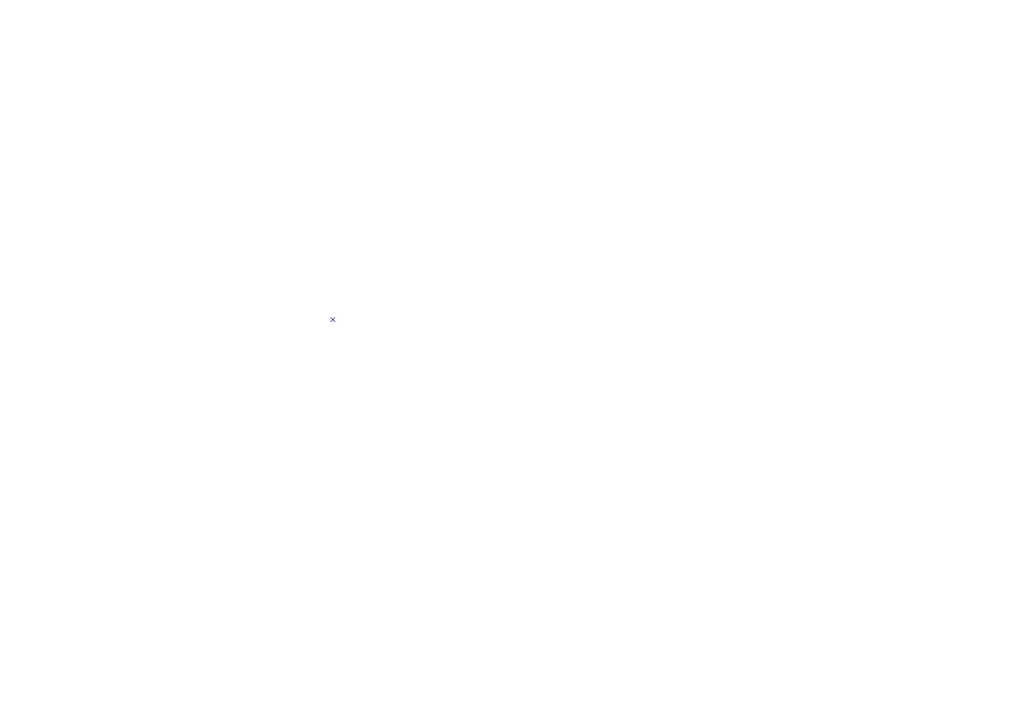
<source format=kicad_sch>
(kicad_sch (version 20230121) (generator eeschema)

  (uuid cd33b77e-b5c3-4dfd-93f3-afdf7ae7adba)

  (paper "A4")

  (lib_symbols
  )


  (no_connect (at 96.52 92.71) (uuid 11ad4248-a8ea-49e5-8ded-c3016c6bff77))

  (sheet_instances
    (path "/" (page "1"))
  )
)

</source>
